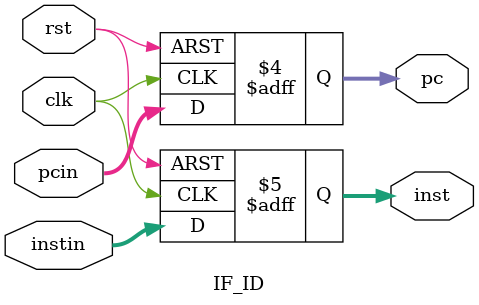
<source format=v>
`timescale 1ns / 1ps


module IF_ID(
    input [31:0] pcin,
    input [31:0] instin,
    input clk,
    input rst,
    output reg [31:0] pc,
    output reg [31:0] inst
    );
    initial inst = 0;
    initial pc = 0;
    always @ (posedge clk or posedge rst)
    if(rst)
    begin
        inst <= 0;
        pc <= 0;
    end
    else
    begin
        inst <= instin;
        pc <= pcin;
    end
    
endmodule

</source>
